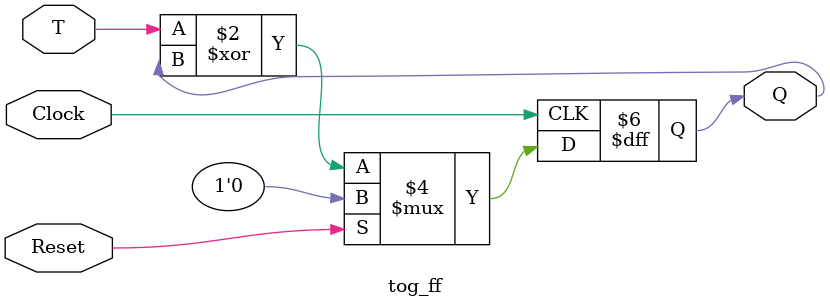
<source format=sv>
module counter(input logic Clock, Enable, Reset, output logic [7:0] CounterValue);
	logic [7:1] S;
	assign S[1] = Enable & CounterValue[0];
	assign S[2] = S[1] & CounterValue[1];
	assign S[3] = S[2] & CounterValue[2];
	assign S[4] = S[3] & CounterValue[3];
	assign S[5] = S[4] & CounterValue[4];
	assign S[6] = S[5] & CounterValue[5];
	assign S[7] = S[6] & CounterValue[6];
	
	tog_ff t0(Clock, Enable, Reset, CounterValue[0]);
	tog_ff t1(Clock, S[1], Reset, CounterValue[1]);
	tog_ff t2(Clock, S[2], Reset, CounterValue[2]);
	tog_ff t3(Clock, S[3], Reset, CounterValue[3]);
	tog_ff t4(Clock, S[4], Reset, CounterValue[4]);
	tog_ff t5(Clock, S[5], Reset, CounterValue[5]);
	tog_ff t6(Clock, S[6], Reset, CounterValue[6]);
	tog_ff t7(Clock, S[7], Reset, CounterValue[7]);
endmodule

module tog_ff(input logic Clock, T, Reset, output logic Q);
	always_ff@(posedge Clock)
	begin
		if(Reset) Q <= 0;  // Reset
		else Q <= T ^ Q;  // XOR operation
	end
endmodule
</source>
